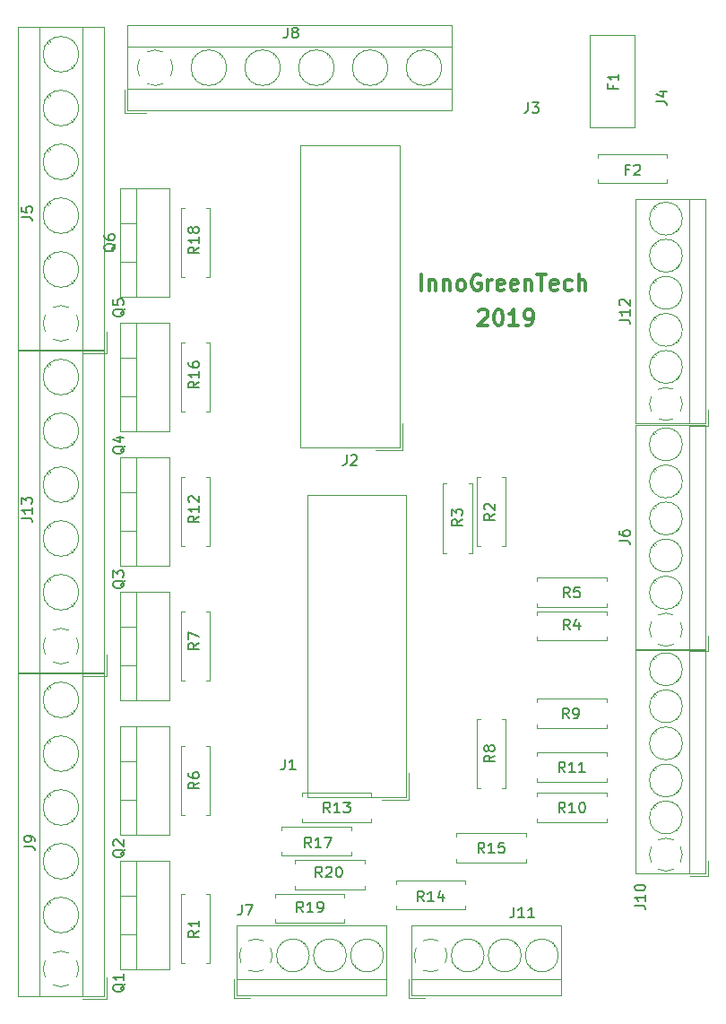
<source format=gbr>
G04 #@! TF.GenerationSoftware,KiCad,Pcbnew,(5.0.1)-4*
G04 #@! TF.CreationDate,2019-11-11T19:09:55+01:00*
G04 #@! TF.ProjectId,remote_module,72656D6F74655F6D6F64756C652E6B69,rev?*
G04 #@! TF.SameCoordinates,PX559c810PY82c4900*
G04 #@! TF.FileFunction,Legend,Top*
G04 #@! TF.FilePolarity,Positive*
%FSLAX46Y46*%
G04 Gerber Fmt 4.6, Leading zero omitted, Abs format (unit mm)*
G04 Created by KiCad (PCBNEW (5.0.1)-4) date 11/11/2019 19:09:55*
%MOMM*%
%LPD*%
G01*
G04 APERTURE LIST*
%ADD10C,0.300000*%
%ADD11C,0.120000*%
%ADD12C,0.150000*%
G04 APERTURE END LIST*
D10*
X39484571Y62106572D02*
X39556000Y62178000D01*
X39698857Y62249429D01*
X40056000Y62249429D01*
X40198857Y62178000D01*
X40270285Y62106572D01*
X40341714Y61963715D01*
X40341714Y61820858D01*
X40270285Y61606572D01*
X39413142Y60749429D01*
X40341714Y60749429D01*
X41270285Y62249429D02*
X41413142Y62249429D01*
X41556000Y62178000D01*
X41627428Y62106572D01*
X41698857Y61963715D01*
X41770285Y61678000D01*
X41770285Y61320858D01*
X41698857Y61035143D01*
X41627428Y60892286D01*
X41556000Y60820858D01*
X41413142Y60749429D01*
X41270285Y60749429D01*
X41127428Y60820858D01*
X41056000Y60892286D01*
X40984571Y61035143D01*
X40913142Y61320858D01*
X40913142Y61678000D01*
X40984571Y61963715D01*
X41056000Y62106572D01*
X41127428Y62178000D01*
X41270285Y62249429D01*
X43198857Y60749429D02*
X42341714Y60749429D01*
X42770285Y60749429D02*
X42770285Y62249429D01*
X42627428Y62035143D01*
X42484571Y61892286D01*
X42341714Y61820858D01*
X43913142Y60749429D02*
X44198857Y60749429D01*
X44341714Y60820858D01*
X44413142Y60892286D01*
X44556000Y61106572D01*
X44627428Y61392286D01*
X44627428Y61963715D01*
X44556000Y62106572D01*
X44484571Y62178000D01*
X44341714Y62249429D01*
X44056000Y62249429D01*
X43913142Y62178000D01*
X43841714Y62106572D01*
X43770285Y61963715D01*
X43770285Y61606572D01*
X43841714Y61463715D01*
X43913142Y61392286D01*
X44056000Y61320858D01*
X44341714Y61320858D01*
X44484571Y61392286D01*
X44556000Y61463715D01*
X44627428Y61606572D01*
X34052000Y64051429D02*
X34052000Y65551429D01*
X34766285Y65051429D02*
X34766285Y64051429D01*
X34766285Y64908572D02*
X34837714Y64980000D01*
X34980571Y65051429D01*
X35194857Y65051429D01*
X35337714Y64980000D01*
X35409142Y64837143D01*
X35409142Y64051429D01*
X36123428Y65051429D02*
X36123428Y64051429D01*
X36123428Y64908572D02*
X36194857Y64980000D01*
X36337714Y65051429D01*
X36552000Y65051429D01*
X36694857Y64980000D01*
X36766285Y64837143D01*
X36766285Y64051429D01*
X37694857Y64051429D02*
X37552000Y64122858D01*
X37480571Y64194286D01*
X37409142Y64337143D01*
X37409142Y64765715D01*
X37480571Y64908572D01*
X37552000Y64980000D01*
X37694857Y65051429D01*
X37909142Y65051429D01*
X38052000Y64980000D01*
X38123428Y64908572D01*
X38194857Y64765715D01*
X38194857Y64337143D01*
X38123428Y64194286D01*
X38052000Y64122858D01*
X37909142Y64051429D01*
X37694857Y64051429D01*
X39623428Y65480000D02*
X39480571Y65551429D01*
X39266285Y65551429D01*
X39052000Y65480000D01*
X38909142Y65337143D01*
X38837714Y65194286D01*
X38766285Y64908572D01*
X38766285Y64694286D01*
X38837714Y64408572D01*
X38909142Y64265715D01*
X39052000Y64122858D01*
X39266285Y64051429D01*
X39409142Y64051429D01*
X39623428Y64122858D01*
X39694857Y64194286D01*
X39694857Y64694286D01*
X39409142Y64694286D01*
X40337714Y64051429D02*
X40337714Y65051429D01*
X40337714Y64765715D02*
X40409142Y64908572D01*
X40480571Y64980000D01*
X40623428Y65051429D01*
X40766285Y65051429D01*
X41837714Y64122858D02*
X41694857Y64051429D01*
X41409142Y64051429D01*
X41266285Y64122858D01*
X41194857Y64265715D01*
X41194857Y64837143D01*
X41266285Y64980000D01*
X41409142Y65051429D01*
X41694857Y65051429D01*
X41837714Y64980000D01*
X41909142Y64837143D01*
X41909142Y64694286D01*
X41194857Y64551429D01*
X43123428Y64122858D02*
X42980571Y64051429D01*
X42694857Y64051429D01*
X42552000Y64122858D01*
X42480571Y64265715D01*
X42480571Y64837143D01*
X42552000Y64980000D01*
X42694857Y65051429D01*
X42980571Y65051429D01*
X43123428Y64980000D01*
X43194857Y64837143D01*
X43194857Y64694286D01*
X42480571Y64551429D01*
X43837714Y65051429D02*
X43837714Y64051429D01*
X43837714Y64908572D02*
X43909142Y64980000D01*
X44052000Y65051429D01*
X44266285Y65051429D01*
X44409142Y64980000D01*
X44480571Y64837143D01*
X44480571Y64051429D01*
X44980571Y65551429D02*
X45837714Y65551429D01*
X45409142Y64051429D02*
X45409142Y65551429D01*
X46909142Y64122858D02*
X46766285Y64051429D01*
X46480571Y64051429D01*
X46337714Y64122858D01*
X46266285Y64265715D01*
X46266285Y64837143D01*
X46337714Y64980000D01*
X46480571Y65051429D01*
X46766285Y65051429D01*
X46909142Y64980000D01*
X46980571Y64837143D01*
X46980571Y64694286D01*
X46266285Y64551429D01*
X48266285Y64122858D02*
X48123428Y64051429D01*
X47837714Y64051429D01*
X47694857Y64122858D01*
X47623428Y64194286D01*
X47552000Y64337143D01*
X47552000Y64765715D01*
X47623428Y64908572D01*
X47694857Y64980000D01*
X47837714Y65051429D01*
X48123428Y65051429D01*
X48266285Y64980000D01*
X48909142Y64051429D02*
X48909142Y65551429D01*
X49552000Y64051429D02*
X49552000Y64837143D01*
X49480571Y64980000D01*
X49337714Y65051429D01*
X49123428Y65051429D01*
X48980571Y64980000D01*
X48909142Y64908572D01*
D11*
G04 #@! TO.C,J2*
X22630000Y49260000D02*
X22630000Y77740000D01*
X22630000Y77740000D02*
X31980000Y77740000D01*
X31980000Y77740000D02*
X31980000Y49260000D01*
X31980000Y49260000D02*
X22630000Y49260000D01*
X32230000Y49010000D02*
X32230000Y51550000D01*
X32230000Y49010000D02*
X29690000Y49010000D01*
G04 #@! TO.C,J8*
X9678712Y83606648D02*
G75*
G02X8890000Y83410000I-788712J1483352D01*
G01*
X10373953Y85879088D02*
G75*
G02X10374000Y84301000I-1483953J-789088D01*
G01*
X8100912Y86573953D02*
G75*
G02X9679000Y86574000I789088J-1483953D01*
G01*
X7406047Y84300912D02*
G75*
G02X7406000Y85879000I1483953J789088D01*
G01*
X8919383Y83409550D02*
G75*
G02X8101000Y83606000I-29383J1680450D01*
G01*
X15650000Y85090000D02*
G75*
G03X15650000Y85090000I-1680000J0D01*
G01*
X20730000Y85090000D02*
G75*
G03X20730000Y85090000I-1680000J0D01*
G01*
X25810000Y85090000D02*
G75*
G03X25810000Y85090000I-1680000J0D01*
G01*
X30890000Y85090000D02*
G75*
G03X30890000Y85090000I-1680000J0D01*
G01*
X35970000Y85090000D02*
G75*
G03X35970000Y85090000I-1680000J0D01*
G01*
X6290000Y83090000D02*
X36890000Y83090000D01*
X6290000Y87090000D02*
X36890000Y87090000D01*
X6290000Y89150000D02*
X36890000Y89150000D01*
X6290000Y81030000D02*
X36890000Y81030000D01*
X6290000Y89150000D02*
X6290000Y81030000D01*
X36890000Y89150000D02*
X36890000Y81030000D01*
X15245000Y86159000D02*
X15151000Y86066000D01*
X12960000Y83874000D02*
X12901000Y83816000D01*
X15040000Y86365000D02*
X14981000Y86306000D01*
X12790000Y84114000D02*
X12696000Y84021000D01*
X20325000Y86159000D02*
X20231000Y86066000D01*
X18040000Y83874000D02*
X17981000Y83816000D01*
X20120000Y86365000D02*
X20061000Y86306000D01*
X17870000Y84114000D02*
X17776000Y84021000D01*
X25405000Y86159000D02*
X25311000Y86066000D01*
X23120000Y83874000D02*
X23061000Y83816000D01*
X25200000Y86365000D02*
X25141000Y86306000D01*
X22950000Y84114000D02*
X22856000Y84021000D01*
X30485000Y86159000D02*
X30391000Y86066000D01*
X28200000Y83874000D02*
X28141000Y83816000D01*
X30280000Y86365000D02*
X30221000Y86306000D01*
X28030000Y84114000D02*
X27936000Y84021000D01*
X35565000Y86159000D02*
X35471000Y86066000D01*
X33280000Y83874000D02*
X33221000Y83816000D01*
X35360000Y86365000D02*
X35301000Y86306000D01*
X33110000Y84114000D02*
X33016000Y84021000D01*
X6050000Y83030000D02*
X6050000Y80790000D01*
X6050000Y80790000D02*
X8050000Y80790000D01*
G04 #@! TO.C,J1*
X23265000Y16240000D02*
X23265000Y44720000D01*
X23265000Y44720000D02*
X32615000Y44720000D01*
X32615000Y44720000D02*
X32615000Y16240000D01*
X32615000Y16240000D02*
X23265000Y16240000D01*
X32865000Y15990000D02*
X32865000Y18530000D01*
X32865000Y15990000D02*
X30325000Y15990000D01*
G04 #@! TO.C,R2*
X39600000Y39910000D02*
X39270000Y39910000D01*
X39270000Y39910000D02*
X39270000Y46450000D01*
X39270000Y46450000D02*
X39600000Y46450000D01*
X41680000Y39910000D02*
X42010000Y39910000D01*
X42010000Y39910000D02*
X42010000Y46450000D01*
X42010000Y46450000D02*
X41680000Y46450000D01*
G04 #@! TO.C,R4*
X44990000Y33425000D02*
X44990000Y33755000D01*
X44990000Y33755000D02*
X51530000Y33755000D01*
X51530000Y33755000D02*
X51530000Y33425000D01*
X44990000Y31345000D02*
X44990000Y31015000D01*
X44990000Y31015000D02*
X51530000Y31015000D01*
X51530000Y31015000D02*
X51530000Y31345000D01*
G04 #@! TO.C,R14*
X31655000Y8025000D02*
X31655000Y8355000D01*
X31655000Y8355000D02*
X38195000Y8355000D01*
X38195000Y8355000D02*
X38195000Y8025000D01*
X31655000Y5945000D02*
X31655000Y5615000D01*
X31655000Y5615000D02*
X38195000Y5615000D01*
X38195000Y5615000D02*
X38195000Y5945000D01*
G04 #@! TO.C,F1*
X54190000Y88190000D02*
X54190000Y79450000D01*
X54190000Y88190000D02*
X49950000Y88190000D01*
X49950000Y79450000D02*
X54190000Y79450000D01*
X49950000Y79450000D02*
X49950000Y88190000D01*
G04 #@! TO.C,F2*
X50705000Y76935000D02*
X50705000Y76605000D01*
X57245000Y76935000D02*
X50705000Y76935000D01*
X57245000Y76605000D02*
X57245000Y76935000D01*
X50705000Y74195000D02*
X50705000Y74525000D01*
X57245000Y74195000D02*
X50705000Y74195000D01*
X57245000Y74525000D02*
X57245000Y74195000D01*
G04 #@! TO.C,J5*
X1483352Y61748712D02*
G75*
G02X1680000Y60960000I-1483352J-788712D01*
G01*
X-789088Y62443953D02*
G75*
G02X789000Y62444000I789088J-1483953D01*
G01*
X-1483953Y60170912D02*
G75*
G02X-1484000Y61749000I1483953J789088D01*
G01*
X789088Y59476047D02*
G75*
G02X-789000Y59476000I-789088J1483953D01*
G01*
X1680450Y60989383D02*
G75*
G02X1484000Y60171000I-1680450J-29383D01*
G01*
X1680000Y66040000D02*
G75*
G03X1680000Y66040000I-1680000J0D01*
G01*
X1680000Y71120000D02*
G75*
G03X1680000Y71120000I-1680000J0D01*
G01*
X1680000Y76200000D02*
G75*
G03X1680000Y76200000I-1680000J0D01*
G01*
X1680000Y81280000D02*
G75*
G03X1680000Y81280000I-1680000J0D01*
G01*
X1680000Y86360000D02*
G75*
G03X1680000Y86360000I-1680000J0D01*
G01*
X2000000Y58360000D02*
X2000000Y88960000D01*
X-2000000Y58360000D02*
X-2000000Y88960000D01*
X-4060000Y58360000D02*
X-4060000Y88960000D01*
X4060000Y58360000D02*
X4060000Y88960000D01*
X-4060000Y58360000D02*
X4060000Y58360000D01*
X-4060000Y88960000D02*
X4060000Y88960000D01*
X-1069000Y67315000D02*
X-976000Y67221000D01*
X1216000Y65030000D02*
X1274000Y64971000D01*
X-1275000Y67110000D02*
X-1216000Y67051000D01*
X976000Y64860000D02*
X1069000Y64766000D01*
X-1069000Y72395000D02*
X-976000Y72301000D01*
X1216000Y70110000D02*
X1274000Y70051000D01*
X-1275000Y72190000D02*
X-1216000Y72131000D01*
X976000Y69940000D02*
X1069000Y69846000D01*
X-1069000Y77475000D02*
X-976000Y77381000D01*
X1216000Y75190000D02*
X1274000Y75131000D01*
X-1275000Y77270000D02*
X-1216000Y77211000D01*
X976000Y75020000D02*
X1069000Y74926000D01*
X-1069000Y82555000D02*
X-976000Y82461000D01*
X1216000Y80270000D02*
X1274000Y80211000D01*
X-1275000Y82350000D02*
X-1216000Y82291000D01*
X976000Y80100000D02*
X1069000Y80006000D01*
X-1069000Y87635000D02*
X-976000Y87541000D01*
X1216000Y85350000D02*
X1274000Y85291000D01*
X-1275000Y87430000D02*
X-1216000Y87371000D01*
X976000Y85180000D02*
X1069000Y85086000D01*
X2060000Y58120000D02*
X4300000Y58120000D01*
X4300000Y58120000D02*
X4300000Y60120000D01*
G04 #@! TO.C,J6*
X58535515Y32735955D02*
G75*
G02X58705000Y32030000I-1385515J-705955D01*
G01*
X56444267Y33416645D02*
G75*
G02X57857000Y33416000I705733J-1386645D01*
G01*
X55763355Y31324267D02*
G75*
G02X55764000Y32737000I1386645J705733D01*
G01*
X57855733Y30643355D02*
G75*
G02X56443000Y30644000I-705733J1386645D01*
G01*
X58705681Y32056444D02*
G75*
G02X58536000Y31323000I-1555681J-26444D01*
G01*
X58705000Y35530000D02*
G75*
G03X58705000Y35530000I-1555000J0D01*
G01*
X58705000Y39030000D02*
G75*
G03X58705000Y39030000I-1555000J0D01*
G01*
X58705000Y42530000D02*
G75*
G03X58705000Y42530000I-1555000J0D01*
G01*
X58705000Y46030000D02*
G75*
G03X58705000Y46030000I-1555000J0D01*
G01*
X58705000Y49530000D02*
G75*
G03X58705000Y49530000I-1555000J0D01*
G01*
X59350000Y30220000D02*
X59350000Y51341000D01*
X54290000Y30220000D02*
X54290000Y51341000D01*
X60910000Y30220000D02*
X60910000Y51341000D01*
X54290000Y30220000D02*
X60910000Y30220000D01*
X54290000Y51341000D02*
X60910000Y51341000D01*
X56160000Y36710000D02*
X56236000Y36634000D01*
X58275000Y34595000D02*
X58330000Y34541000D01*
X55970000Y36520000D02*
X56024000Y36466000D01*
X58064000Y34427000D02*
X58140000Y34351000D01*
X56160000Y40210000D02*
X56236000Y40134000D01*
X58275000Y38095000D02*
X58330000Y38041000D01*
X55970000Y40020000D02*
X56024000Y39966000D01*
X58064000Y37927000D02*
X58140000Y37851000D01*
X56160000Y43710000D02*
X56236000Y43634000D01*
X58275000Y41595000D02*
X58330000Y41541000D01*
X55970000Y43520000D02*
X56024000Y43466000D01*
X58064000Y41427000D02*
X58140000Y41351000D01*
X56160000Y47210000D02*
X56236000Y47134000D01*
X58275000Y45095000D02*
X58330000Y45041000D01*
X55970000Y47020000D02*
X56024000Y46966000D01*
X58064000Y44927000D02*
X58140000Y44851000D01*
X56160000Y50710000D02*
X56236000Y50634000D01*
X58275000Y48595000D02*
X58330000Y48541000D01*
X55970000Y50520000D02*
X56024000Y50466000D01*
X58064000Y48427000D02*
X58140000Y48351000D01*
X59410000Y29980000D02*
X61150000Y29980000D01*
X61150000Y29980000D02*
X61150000Y31480000D01*
G04 #@! TO.C,J7*
X19120955Y-115515D02*
G75*
G02X18415000Y-285000I-705955J1385515D01*
G01*
X19801645Y1975733D02*
G75*
G02X19801000Y563000I-1386645J-705733D01*
G01*
X17709267Y2656645D02*
G75*
G02X19122000Y2656000I705733J-1386645D01*
G01*
X17028355Y564267D02*
G75*
G02X17029000Y1977000I1386645J705733D01*
G01*
X18441444Y-285681D02*
G75*
G02X17708000Y-116000I-26444J1555681D01*
G01*
X23470000Y1270000D02*
G75*
G03X23470000Y1270000I-1555000J0D01*
G01*
X26970000Y1270000D02*
G75*
G03X26970000Y1270000I-1555000J0D01*
G01*
X30470000Y1270000D02*
G75*
G03X30470000Y1270000I-1555000J0D01*
G01*
X16605000Y-930000D02*
X30725000Y-930000D01*
X16605000Y4130000D02*
X30725000Y4130000D01*
X16605000Y-2490000D02*
X30725000Y-2490000D01*
X16605000Y4130000D02*
X16605000Y-2490000D01*
X30725000Y4130000D02*
X30725000Y-2490000D01*
X23095000Y2260000D02*
X23019000Y2184000D01*
X20980000Y145000D02*
X20926000Y90000D01*
X22905000Y2450000D02*
X22851000Y2396000D01*
X20812000Y356000D02*
X20736000Y280000D01*
X26595000Y2260000D02*
X26519000Y2184000D01*
X24480000Y145000D02*
X24426000Y90000D01*
X26405000Y2450000D02*
X26351000Y2396000D01*
X24312000Y356000D02*
X24236000Y280000D01*
X30095000Y2260000D02*
X30019000Y2184000D01*
X27980000Y145000D02*
X27926000Y90000D01*
X29905000Y2450000D02*
X29851000Y2396000D01*
X27812000Y356000D02*
X27736000Y280000D01*
X16365000Y-990000D02*
X16365000Y-2730000D01*
X16365000Y-2730000D02*
X17865000Y-2730000D01*
G04 #@! TO.C,J9*
X4300000Y-2840000D02*
X4300000Y-840000D01*
X2060000Y-2840000D02*
X4300000Y-2840000D01*
X976000Y24220000D02*
X1069000Y24126000D01*
X-1275000Y26470000D02*
X-1216000Y26411000D01*
X1216000Y24390000D02*
X1274000Y24331000D01*
X-1069000Y26675000D02*
X-976000Y26581000D01*
X976000Y19140000D02*
X1069000Y19046000D01*
X-1275000Y21390000D02*
X-1216000Y21331000D01*
X1216000Y19310000D02*
X1274000Y19251000D01*
X-1069000Y21595000D02*
X-976000Y21501000D01*
X976000Y14060000D02*
X1069000Y13966000D01*
X-1275000Y16310000D02*
X-1216000Y16251000D01*
X1216000Y14230000D02*
X1274000Y14171000D01*
X-1069000Y16515000D02*
X-976000Y16421000D01*
X976000Y8980000D02*
X1069000Y8886000D01*
X-1275000Y11230000D02*
X-1216000Y11171000D01*
X1216000Y9150000D02*
X1274000Y9091000D01*
X-1069000Y11435000D02*
X-976000Y11341000D01*
X976000Y3900000D02*
X1069000Y3806000D01*
X-1275000Y6150000D02*
X-1216000Y6091000D01*
X1216000Y4070000D02*
X1274000Y4011000D01*
X-1069000Y6355000D02*
X-976000Y6261000D01*
X-4060000Y28000000D02*
X4060000Y28000000D01*
X-4060000Y-2600000D02*
X4060000Y-2600000D01*
X4060000Y-2600000D02*
X4060000Y28000000D01*
X-4060000Y-2600000D02*
X-4060000Y28000000D01*
X-2000000Y-2600000D02*
X-2000000Y28000000D01*
X2000000Y-2600000D02*
X2000000Y28000000D01*
X1680000Y25400000D02*
G75*
G03X1680000Y25400000I-1680000J0D01*
G01*
X1680000Y20320000D02*
G75*
G03X1680000Y20320000I-1680000J0D01*
G01*
X1680000Y15240000D02*
G75*
G03X1680000Y15240000I-1680000J0D01*
G01*
X1680000Y10160000D02*
G75*
G03X1680000Y10160000I-1680000J0D01*
G01*
X1680000Y5080000D02*
G75*
G03X1680000Y5080000I-1680000J0D01*
G01*
X1680450Y29383D02*
G75*
G02X1484000Y-789000I-1680450J-29383D01*
G01*
X789088Y-1483953D02*
G75*
G02X-789000Y-1484000I-789088J1483953D01*
G01*
X-1483953Y-789088D02*
G75*
G02X-1484000Y789000I1483953J789088D01*
G01*
X-789088Y1483953D02*
G75*
G02X789000Y1484000I789088J-1483953D01*
G01*
X1483352Y788712D02*
G75*
G02X1680000Y0I-1483352J-788712D01*
G01*
G04 #@! TO.C,J10*
X61150000Y8745000D02*
X61150000Y10245000D01*
X59410000Y8745000D02*
X61150000Y8745000D01*
X58064000Y27192000D02*
X58140000Y27116000D01*
X55970000Y29285000D02*
X56024000Y29231000D01*
X58275000Y27360000D02*
X58330000Y27306000D01*
X56160000Y29475000D02*
X56236000Y29399000D01*
X58064000Y23692000D02*
X58140000Y23616000D01*
X55970000Y25785000D02*
X56024000Y25731000D01*
X58275000Y23860000D02*
X58330000Y23806000D01*
X56160000Y25975000D02*
X56236000Y25899000D01*
X58064000Y20192000D02*
X58140000Y20116000D01*
X55970000Y22285000D02*
X56024000Y22231000D01*
X58275000Y20360000D02*
X58330000Y20306000D01*
X56160000Y22475000D02*
X56236000Y22399000D01*
X58064000Y16692000D02*
X58140000Y16616000D01*
X55970000Y18785000D02*
X56024000Y18731000D01*
X58275000Y16860000D02*
X58330000Y16806000D01*
X56160000Y18975000D02*
X56236000Y18899000D01*
X58064000Y13192000D02*
X58140000Y13116000D01*
X55970000Y15285000D02*
X56024000Y15231000D01*
X58275000Y13360000D02*
X58330000Y13306000D01*
X56160000Y15475000D02*
X56236000Y15399000D01*
X54290000Y30106000D02*
X60910000Y30106000D01*
X54290000Y8985000D02*
X60910000Y8985000D01*
X60910000Y8985000D02*
X60910000Y30106000D01*
X54290000Y8985000D02*
X54290000Y30106000D01*
X59350000Y8985000D02*
X59350000Y30106000D01*
X58705000Y28295000D02*
G75*
G03X58705000Y28295000I-1555000J0D01*
G01*
X58705000Y24795000D02*
G75*
G03X58705000Y24795000I-1555000J0D01*
G01*
X58705000Y21295000D02*
G75*
G03X58705000Y21295000I-1555000J0D01*
G01*
X58705000Y17795000D02*
G75*
G03X58705000Y17795000I-1555000J0D01*
G01*
X58705000Y14295000D02*
G75*
G03X58705000Y14295000I-1555000J0D01*
G01*
X58705681Y10821444D02*
G75*
G02X58536000Y10088000I-1555681J-26444D01*
G01*
X57855733Y9408355D02*
G75*
G02X56443000Y9409000I-705733J1386645D01*
G01*
X55763355Y10089267D02*
G75*
G02X55764000Y11502000I1386645J705733D01*
G01*
X56444267Y12181645D02*
G75*
G02X57857000Y12181000I705733J-1386645D01*
G01*
X58535515Y11500955D02*
G75*
G02X58705000Y10795000I-1385515J-705955D01*
G01*
G04 #@! TO.C,J11*
X32875000Y-2730000D02*
X34375000Y-2730000D01*
X32875000Y-990000D02*
X32875000Y-2730000D01*
X44322000Y356000D02*
X44246000Y280000D01*
X46415000Y2450000D02*
X46361000Y2396000D01*
X44490000Y145000D02*
X44436000Y90000D01*
X46605000Y2260000D02*
X46529000Y2184000D01*
X40822000Y356000D02*
X40746000Y280000D01*
X42915000Y2450000D02*
X42861000Y2396000D01*
X40990000Y145000D02*
X40936000Y90000D01*
X43105000Y2260000D02*
X43029000Y2184000D01*
X37322000Y356000D02*
X37246000Y280000D01*
X39415000Y2450000D02*
X39361000Y2396000D01*
X37490000Y145000D02*
X37436000Y90000D01*
X39605000Y2260000D02*
X39529000Y2184000D01*
X47235000Y4130000D02*
X47235000Y-2490000D01*
X33115000Y4130000D02*
X33115000Y-2490000D01*
X33115000Y-2490000D02*
X47235000Y-2490000D01*
X33115000Y4130000D02*
X47235000Y4130000D01*
X33115000Y-930000D02*
X47235000Y-930000D01*
X46980000Y1270000D02*
G75*
G03X46980000Y1270000I-1555000J0D01*
G01*
X43480000Y1270000D02*
G75*
G03X43480000Y1270000I-1555000J0D01*
G01*
X39980000Y1270000D02*
G75*
G03X39980000Y1270000I-1555000J0D01*
G01*
X34951444Y-285681D02*
G75*
G02X34218000Y-116000I-26444J1555681D01*
G01*
X33538355Y564267D02*
G75*
G02X33539000Y1977000I1386645J705733D01*
G01*
X34219267Y2656645D02*
G75*
G02X35632000Y2656000I705733J-1386645D01*
G01*
X36311645Y1975733D02*
G75*
G02X36311000Y563000I-1386645J-705733D01*
G01*
X35630955Y-115515D02*
G75*
G02X34925000Y-285000I-705955J1385515D01*
G01*
G04 #@! TO.C,J12*
X58535515Y54045955D02*
G75*
G02X58705000Y53340000I-1385515J-705955D01*
G01*
X56444267Y54726645D02*
G75*
G02X57857000Y54726000I705733J-1386645D01*
G01*
X55763355Y52634267D02*
G75*
G02X55764000Y54047000I1386645J705733D01*
G01*
X57855733Y51953355D02*
G75*
G02X56443000Y51954000I-705733J1386645D01*
G01*
X58705681Y53366444D02*
G75*
G02X58536000Y52633000I-1555681J-26444D01*
G01*
X58705000Y56840000D02*
G75*
G03X58705000Y56840000I-1555000J0D01*
G01*
X58705000Y60340000D02*
G75*
G03X58705000Y60340000I-1555000J0D01*
G01*
X58705000Y63840000D02*
G75*
G03X58705000Y63840000I-1555000J0D01*
G01*
X58705000Y67340000D02*
G75*
G03X58705000Y67340000I-1555000J0D01*
G01*
X58705000Y70840000D02*
G75*
G03X58705000Y70840000I-1555000J0D01*
G01*
X59350000Y51530000D02*
X59350000Y72651000D01*
X54290000Y51530000D02*
X54290000Y72651000D01*
X60910000Y51530000D02*
X60910000Y72651000D01*
X54290000Y51530000D02*
X60910000Y51530000D01*
X54290000Y72651000D02*
X60910000Y72651000D01*
X56160000Y58020000D02*
X56236000Y57944000D01*
X58275000Y55905000D02*
X58330000Y55851000D01*
X55970000Y57830000D02*
X56024000Y57776000D01*
X58064000Y55737000D02*
X58140000Y55661000D01*
X56160000Y61520000D02*
X56236000Y61444000D01*
X58275000Y59405000D02*
X58330000Y59351000D01*
X55970000Y61330000D02*
X56024000Y61276000D01*
X58064000Y59237000D02*
X58140000Y59161000D01*
X56160000Y65020000D02*
X56236000Y64944000D01*
X58275000Y62905000D02*
X58330000Y62851000D01*
X55970000Y64830000D02*
X56024000Y64776000D01*
X58064000Y62737000D02*
X58140000Y62661000D01*
X56160000Y68520000D02*
X56236000Y68444000D01*
X58275000Y66405000D02*
X58330000Y66351000D01*
X55970000Y68330000D02*
X56024000Y68276000D01*
X58064000Y66237000D02*
X58140000Y66161000D01*
X56160000Y72020000D02*
X56236000Y71944000D01*
X58275000Y69905000D02*
X58330000Y69851000D01*
X55970000Y71830000D02*
X56024000Y71776000D01*
X58064000Y69737000D02*
X58140000Y69661000D01*
X59410000Y51290000D02*
X61150000Y51290000D01*
X61150000Y51290000D02*
X61150000Y52790000D01*
G04 #@! TO.C,J13*
X4300000Y27640000D02*
X4300000Y29640000D01*
X2060000Y27640000D02*
X4300000Y27640000D01*
X976000Y54700000D02*
X1069000Y54606000D01*
X-1275000Y56950000D02*
X-1216000Y56891000D01*
X1216000Y54870000D02*
X1274000Y54811000D01*
X-1069000Y57155000D02*
X-976000Y57061000D01*
X976000Y49620000D02*
X1069000Y49526000D01*
X-1275000Y51870000D02*
X-1216000Y51811000D01*
X1216000Y49790000D02*
X1274000Y49731000D01*
X-1069000Y52075000D02*
X-976000Y51981000D01*
X976000Y44540000D02*
X1069000Y44446000D01*
X-1275000Y46790000D02*
X-1216000Y46731000D01*
X1216000Y44710000D02*
X1274000Y44651000D01*
X-1069000Y46995000D02*
X-976000Y46901000D01*
X976000Y39460000D02*
X1069000Y39366000D01*
X-1275000Y41710000D02*
X-1216000Y41651000D01*
X1216000Y39630000D02*
X1274000Y39571000D01*
X-1069000Y41915000D02*
X-976000Y41821000D01*
X976000Y34380000D02*
X1069000Y34286000D01*
X-1275000Y36630000D02*
X-1216000Y36571000D01*
X1216000Y34550000D02*
X1274000Y34491000D01*
X-1069000Y36835000D02*
X-976000Y36741000D01*
X-4060000Y58480000D02*
X4060000Y58480000D01*
X-4060000Y27880000D02*
X4060000Y27880000D01*
X4060000Y27880000D02*
X4060000Y58480000D01*
X-4060000Y27880000D02*
X-4060000Y58480000D01*
X-2000000Y27880000D02*
X-2000000Y58480000D01*
X2000000Y27880000D02*
X2000000Y58480000D01*
X1680000Y55880000D02*
G75*
G03X1680000Y55880000I-1680000J0D01*
G01*
X1680000Y50800000D02*
G75*
G03X1680000Y50800000I-1680000J0D01*
G01*
X1680000Y45720000D02*
G75*
G03X1680000Y45720000I-1680000J0D01*
G01*
X1680000Y40640000D02*
G75*
G03X1680000Y40640000I-1680000J0D01*
G01*
X1680000Y35560000D02*
G75*
G03X1680000Y35560000I-1680000J0D01*
G01*
X1680450Y30509383D02*
G75*
G02X1484000Y29691000I-1680450J-29383D01*
G01*
X789088Y28996047D02*
G75*
G02X-789000Y28996000I-789088J1483953D01*
G01*
X-1483953Y29690912D02*
G75*
G02X-1484000Y31269000I1483953J789088D01*
G01*
X-789088Y31963953D02*
G75*
G02X789000Y31964000I789088J-1483953D01*
G01*
X1483352Y31268712D02*
G75*
G02X1680000Y30480000I-1483352J-788712D01*
G01*
G04 #@! TO.C,Q1*
X5620000Y6931000D02*
X7130000Y6931000D01*
X5620000Y3230000D02*
X7130000Y3230000D01*
X7130000Y-40000D02*
X7130000Y10200000D01*
X5620000Y10200000D02*
X10261000Y10200000D01*
X5620000Y-40000D02*
X10261000Y-40000D01*
X10261000Y-40000D02*
X10261000Y10200000D01*
X5620000Y-40000D02*
X5620000Y10200000D01*
G04 #@! TO.C,Q2*
X5620000Y12660000D02*
X5620000Y22900000D01*
X10261000Y12660000D02*
X10261000Y22900000D01*
X5620000Y12660000D02*
X10261000Y12660000D01*
X5620000Y22900000D02*
X10261000Y22900000D01*
X7130000Y12660000D02*
X7130000Y22900000D01*
X5620000Y15930000D02*
X7130000Y15930000D01*
X5620000Y19631000D02*
X7130000Y19631000D01*
G04 #@! TO.C,Q3*
X5620000Y25360000D02*
X5620000Y35600000D01*
X10261000Y25360000D02*
X10261000Y35600000D01*
X5620000Y25360000D02*
X10261000Y25360000D01*
X5620000Y35600000D02*
X10261000Y35600000D01*
X7130000Y25360000D02*
X7130000Y35600000D01*
X5620000Y28630000D02*
X7130000Y28630000D01*
X5620000Y32331000D02*
X7130000Y32331000D01*
G04 #@! TO.C,Q4*
X5620000Y45031000D02*
X7130000Y45031000D01*
X5620000Y41330000D02*
X7130000Y41330000D01*
X7130000Y38060000D02*
X7130000Y48300000D01*
X5620000Y48300000D02*
X10261000Y48300000D01*
X5620000Y38060000D02*
X10261000Y38060000D01*
X10261000Y38060000D02*
X10261000Y48300000D01*
X5620000Y38060000D02*
X5620000Y48300000D01*
G04 #@! TO.C,Q5*
X5620000Y50760000D02*
X5620000Y61000000D01*
X10261000Y50760000D02*
X10261000Y61000000D01*
X5620000Y50760000D02*
X10261000Y50760000D01*
X5620000Y61000000D02*
X10261000Y61000000D01*
X7130000Y50760000D02*
X7130000Y61000000D01*
X5620000Y54030000D02*
X7130000Y54030000D01*
X5620000Y57731000D02*
X7130000Y57731000D01*
G04 #@! TO.C,Q6*
X5620000Y70431000D02*
X7130000Y70431000D01*
X5620000Y66730000D02*
X7130000Y66730000D01*
X7130000Y63460000D02*
X7130000Y73700000D01*
X5620000Y73700000D02*
X10261000Y73700000D01*
X5620000Y63460000D02*
X10261000Y63460000D01*
X10261000Y63460000D02*
X10261000Y73700000D01*
X5620000Y63460000D02*
X5620000Y73700000D01*
G04 #@! TO.C,R1*
X11660000Y540000D02*
X11330000Y540000D01*
X11330000Y540000D02*
X11330000Y7080000D01*
X11330000Y7080000D02*
X11660000Y7080000D01*
X13740000Y540000D02*
X14070000Y540000D01*
X14070000Y540000D02*
X14070000Y7080000D01*
X14070000Y7080000D02*
X13740000Y7080000D01*
G04 #@! TO.C,R3*
X36425000Y39275000D02*
X36095000Y39275000D01*
X36095000Y39275000D02*
X36095000Y45815000D01*
X36095000Y45815000D02*
X36425000Y45815000D01*
X38505000Y39275000D02*
X38835000Y39275000D01*
X38835000Y39275000D02*
X38835000Y45815000D01*
X38835000Y45815000D02*
X38505000Y45815000D01*
G04 #@! TO.C,R5*
X51530000Y34190000D02*
X51530000Y34520000D01*
X44990000Y34190000D02*
X51530000Y34190000D01*
X44990000Y34520000D02*
X44990000Y34190000D01*
X51530000Y36930000D02*
X51530000Y36600000D01*
X44990000Y36930000D02*
X51530000Y36930000D01*
X44990000Y36600000D02*
X44990000Y36930000D01*
G04 #@! TO.C,R6*
X11660000Y14510000D02*
X11330000Y14510000D01*
X11330000Y14510000D02*
X11330000Y21050000D01*
X11330000Y21050000D02*
X11660000Y21050000D01*
X13740000Y14510000D02*
X14070000Y14510000D01*
X14070000Y14510000D02*
X14070000Y21050000D01*
X14070000Y21050000D02*
X13740000Y21050000D01*
G04 #@! TO.C,R7*
X14070000Y33750000D02*
X13740000Y33750000D01*
X14070000Y27210000D02*
X14070000Y33750000D01*
X13740000Y27210000D02*
X14070000Y27210000D01*
X11330000Y33750000D02*
X11660000Y33750000D01*
X11330000Y27210000D02*
X11330000Y33750000D01*
X11660000Y27210000D02*
X11330000Y27210000D01*
G04 #@! TO.C,R8*
X39600000Y17050000D02*
X39270000Y17050000D01*
X39270000Y17050000D02*
X39270000Y23590000D01*
X39270000Y23590000D02*
X39600000Y23590000D01*
X41680000Y17050000D02*
X42010000Y17050000D01*
X42010000Y17050000D02*
X42010000Y23590000D01*
X42010000Y23590000D02*
X41680000Y23590000D01*
G04 #@! TO.C,R9*
X44990000Y25170000D02*
X44990000Y25500000D01*
X44990000Y25500000D02*
X51530000Y25500000D01*
X51530000Y25500000D02*
X51530000Y25170000D01*
X44990000Y23090000D02*
X44990000Y22760000D01*
X44990000Y22760000D02*
X51530000Y22760000D01*
X51530000Y22760000D02*
X51530000Y23090000D01*
G04 #@! TO.C,R10*
X51530000Y13870000D02*
X51530000Y14200000D01*
X44990000Y13870000D02*
X51530000Y13870000D01*
X44990000Y14200000D02*
X44990000Y13870000D01*
X51530000Y16610000D02*
X51530000Y16280000D01*
X44990000Y16610000D02*
X51530000Y16610000D01*
X44990000Y16280000D02*
X44990000Y16610000D01*
G04 #@! TO.C,R11*
X51530000Y17680000D02*
X51530000Y18010000D01*
X44990000Y17680000D02*
X51530000Y17680000D01*
X44990000Y18010000D02*
X44990000Y17680000D01*
X51530000Y20420000D02*
X51530000Y20090000D01*
X44990000Y20420000D02*
X51530000Y20420000D01*
X44990000Y20090000D02*
X44990000Y20420000D01*
G04 #@! TO.C,R12*
X14070000Y46450000D02*
X13740000Y46450000D01*
X14070000Y39910000D02*
X14070000Y46450000D01*
X13740000Y39910000D02*
X14070000Y39910000D01*
X11330000Y46450000D02*
X11660000Y46450000D01*
X11330000Y39910000D02*
X11330000Y46450000D01*
X11660000Y39910000D02*
X11330000Y39910000D01*
G04 #@! TO.C,R13*
X27400000Y10695000D02*
X27400000Y11025000D01*
X20860000Y10695000D02*
X27400000Y10695000D01*
X20860000Y11025000D02*
X20860000Y10695000D01*
X27400000Y13435000D02*
X27400000Y13105000D01*
X20860000Y13435000D02*
X27400000Y13435000D01*
X20860000Y13105000D02*
X20860000Y13435000D01*
G04 #@! TO.C,R15*
X37370000Y12470000D02*
X37370000Y12800000D01*
X37370000Y12800000D02*
X43910000Y12800000D01*
X43910000Y12800000D02*
X43910000Y12470000D01*
X37370000Y10390000D02*
X37370000Y10060000D01*
X37370000Y10060000D02*
X43910000Y10060000D01*
X43910000Y10060000D02*
X43910000Y10390000D01*
G04 #@! TO.C,R16*
X11660000Y52610000D02*
X11330000Y52610000D01*
X11330000Y52610000D02*
X11330000Y59150000D01*
X11330000Y59150000D02*
X11660000Y59150000D01*
X13740000Y52610000D02*
X14070000Y52610000D01*
X14070000Y52610000D02*
X14070000Y59150000D01*
X14070000Y59150000D02*
X13740000Y59150000D01*
G04 #@! TO.C,R17*
X29305000Y14200000D02*
X29305000Y13870000D01*
X29305000Y13870000D02*
X22765000Y13870000D01*
X22765000Y13870000D02*
X22765000Y14200000D01*
X29305000Y16280000D02*
X29305000Y16610000D01*
X29305000Y16610000D02*
X22765000Y16610000D01*
X22765000Y16610000D02*
X22765000Y16280000D01*
G04 #@! TO.C,R18*
X11660000Y65310000D02*
X11330000Y65310000D01*
X11330000Y65310000D02*
X11330000Y71850000D01*
X11330000Y71850000D02*
X11660000Y71850000D01*
X13740000Y65310000D02*
X14070000Y65310000D01*
X14070000Y65310000D02*
X14070000Y71850000D01*
X14070000Y71850000D02*
X13740000Y71850000D01*
G04 #@! TO.C,R19*
X28670000Y7850000D02*
X28670000Y7520000D01*
X28670000Y7520000D02*
X22130000Y7520000D01*
X22130000Y7520000D02*
X22130000Y7850000D01*
X28670000Y9930000D02*
X28670000Y10260000D01*
X28670000Y10260000D02*
X22130000Y10260000D01*
X22130000Y10260000D02*
X22130000Y9930000D01*
G04 #@! TO.C,R20*
X26765000Y4345000D02*
X26765000Y4675000D01*
X20225000Y4345000D02*
X26765000Y4345000D01*
X20225000Y4675000D02*
X20225000Y4345000D01*
X26765000Y7085000D02*
X26765000Y6755000D01*
X20225000Y7085000D02*
X26765000Y7085000D01*
X20225000Y6755000D02*
X20225000Y7085000D01*
G04 #@! TO.C,J2*
D12*
X26971666Y48553620D02*
X26971666Y47839334D01*
X26924047Y47696477D01*
X26828809Y47601239D01*
X26685952Y47553620D01*
X26590714Y47553620D01*
X27400238Y48458381D02*
X27447857Y48506000D01*
X27543095Y48553620D01*
X27781190Y48553620D01*
X27876428Y48506000D01*
X27924047Y48458381D01*
X27971666Y48363143D01*
X27971666Y48267905D01*
X27924047Y48125048D01*
X27352619Y47553620D01*
X27971666Y47553620D01*
G04 #@! TO.C,J8*
X21402666Y88899620D02*
X21402666Y88185334D01*
X21355047Y88042477D01*
X21259809Y87947239D01*
X21116952Y87899620D01*
X21021714Y87899620D01*
X22021714Y88471048D02*
X21926476Y88518667D01*
X21878857Y88566286D01*
X21831238Y88661524D01*
X21831238Y88709143D01*
X21878857Y88804381D01*
X21926476Y88852000D01*
X22021714Y88899620D01*
X22212190Y88899620D01*
X22307428Y88852000D01*
X22355047Y88804381D01*
X22402666Y88709143D01*
X22402666Y88661524D01*
X22355047Y88566286D01*
X22307428Y88518667D01*
X22212190Y88471048D01*
X22021714Y88471048D01*
X21926476Y88423429D01*
X21878857Y88375810D01*
X21831238Y88280572D01*
X21831238Y88090096D01*
X21878857Y87994858D01*
X21926476Y87947239D01*
X22021714Y87899620D01*
X22212190Y87899620D01*
X22307428Y87947239D01*
X22355047Y87994858D01*
X22402666Y88090096D01*
X22402666Y88280572D01*
X22355047Y88375810D01*
X22307428Y88423429D01*
X22212190Y88471048D01*
G04 #@! TO.C,J1*
X21148666Y19811620D02*
X21148666Y19097334D01*
X21101047Y18954477D01*
X21005809Y18859239D01*
X20862952Y18811620D01*
X20767714Y18811620D01*
X22148666Y18811620D02*
X21577238Y18811620D01*
X21862952Y18811620D02*
X21862952Y19811620D01*
X21767714Y19668762D01*
X21672476Y19573524D01*
X21577238Y19525905D01*
G04 #@! TO.C,R2*
X40984380Y42973334D02*
X40508190Y42640000D01*
X40984380Y42401905D02*
X39984380Y42401905D01*
X39984380Y42782858D01*
X40032000Y42878096D01*
X40079619Y42925715D01*
X40174857Y42973334D01*
X40317714Y42973334D01*
X40412952Y42925715D01*
X40460571Y42878096D01*
X40508190Y42782858D01*
X40508190Y42401905D01*
X40079619Y43354286D02*
X40032000Y43401905D01*
X39984380Y43497143D01*
X39984380Y43735239D01*
X40032000Y43830477D01*
X40079619Y43878096D01*
X40174857Y43925715D01*
X40270095Y43925715D01*
X40412952Y43878096D01*
X40984380Y43306667D01*
X40984380Y43925715D01*
G04 #@! TO.C,R4*
X48093333Y32019620D02*
X47760000Y32495810D01*
X47521904Y32019620D02*
X47521904Y33019620D01*
X47902857Y33019620D01*
X47998095Y32972000D01*
X48045714Y32924381D01*
X48093333Y32829143D01*
X48093333Y32686286D01*
X48045714Y32591048D01*
X47998095Y32543429D01*
X47902857Y32495810D01*
X47521904Y32495810D01*
X48950476Y32686286D02*
X48950476Y32019620D01*
X48712380Y33067239D02*
X48474285Y32352953D01*
X49093333Y32352953D01*
G04 #@! TO.C,R14*
X34282142Y6365620D02*
X33948809Y6841810D01*
X33710714Y6365620D02*
X33710714Y7365620D01*
X34091666Y7365620D01*
X34186904Y7318000D01*
X34234523Y7270381D01*
X34282142Y7175143D01*
X34282142Y7032286D01*
X34234523Y6937048D01*
X34186904Y6889429D01*
X34091666Y6841810D01*
X33710714Y6841810D01*
X35234523Y6365620D02*
X34663095Y6365620D01*
X34948809Y6365620D02*
X34948809Y7365620D01*
X34853571Y7222762D01*
X34758333Y7127524D01*
X34663095Y7079905D01*
X36091666Y7032286D02*
X36091666Y6365620D01*
X35853571Y7413239D02*
X35615476Y6698953D01*
X36234523Y6698953D01*
G04 #@! TO.C,F1*
X52144571Y83446667D02*
X52144571Y83113334D01*
X52668380Y83113334D02*
X51668380Y83113334D01*
X51668380Y83589524D01*
X52668380Y84494286D02*
X52668380Y83922858D01*
X52668380Y84208572D02*
X51668380Y84208572D01*
X51811238Y84113334D01*
X51906476Y84018096D01*
X51954095Y83922858D01*
G04 #@! TO.C,F2*
X53660666Y75469429D02*
X53327333Y75469429D01*
X53327333Y74945620D02*
X53327333Y75945620D01*
X53803523Y75945620D01*
X54136857Y75850381D02*
X54184476Y75898000D01*
X54279714Y75945620D01*
X54517809Y75945620D01*
X54613047Y75898000D01*
X54660666Y75850381D01*
X54708285Y75755143D01*
X54708285Y75659905D01*
X54660666Y75517048D01*
X54089238Y74945620D01*
X54708285Y74945620D01*
G04 #@! TO.C,J3*
X44116666Y81827620D02*
X44116666Y81113334D01*
X44069047Y80970477D01*
X43973809Y80875239D01*
X43830952Y80827620D01*
X43735714Y80827620D01*
X44497619Y81827620D02*
X45116666Y81827620D01*
X44783333Y81446667D01*
X44926190Y81446667D01*
X45021428Y81399048D01*
X45069047Y81351429D01*
X45116666Y81256191D01*
X45116666Y81018096D01*
X45069047Y80922858D01*
X45021428Y80875239D01*
X44926190Y80827620D01*
X44640476Y80827620D01*
X44545238Y80875239D01*
X44497619Y80922858D01*
G04 #@! TO.C,J4*
X56240380Y81922667D02*
X56954666Y81922667D01*
X57097523Y81875048D01*
X57192761Y81779810D01*
X57240380Y81636953D01*
X57240380Y81541715D01*
X56573714Y82827429D02*
X57240380Y82827429D01*
X56192761Y82589334D02*
X56907047Y82351239D01*
X56907047Y82970286D01*
G04 #@! TO.C,J5*
X-3703620Y71000667D02*
X-2989334Y71000667D01*
X-2846477Y70953048D01*
X-2751239Y70857810D01*
X-2703620Y70714953D01*
X-2703620Y70619715D01*
X-3703620Y71953048D02*
X-3703620Y71476858D01*
X-3227429Y71429239D01*
X-3275048Y71476858D01*
X-3322667Y71572096D01*
X-3322667Y71810191D01*
X-3275048Y71905429D01*
X-3227429Y71953048D01*
X-3132191Y72000667D01*
X-2894096Y72000667D01*
X-2798858Y71953048D01*
X-2751239Y71905429D01*
X-2703620Y71810191D01*
X-2703620Y71572096D01*
X-2751239Y71476858D01*
X-2798858Y71429239D01*
G04 #@! TO.C,J6*
X52742380Y40446667D02*
X53456666Y40446667D01*
X53599523Y40399048D01*
X53694761Y40303810D01*
X53742380Y40160953D01*
X53742380Y40065715D01*
X52742380Y41351429D02*
X52742380Y41160953D01*
X52790000Y41065715D01*
X52837619Y41018096D01*
X52980476Y40922858D01*
X53170952Y40875239D01*
X53551904Y40875239D01*
X53647142Y40922858D01*
X53694761Y40970477D01*
X53742380Y41065715D01*
X53742380Y41256191D01*
X53694761Y41351429D01*
X53647142Y41399048D01*
X53551904Y41446667D01*
X53313809Y41446667D01*
X53218571Y41399048D01*
X53170952Y41351429D01*
X53123333Y41256191D01*
X53123333Y41065715D01*
X53170952Y40970477D01*
X53218571Y40922858D01*
X53313809Y40875239D01*
G04 #@! TO.C,J7*
X17084666Y6095620D02*
X17084666Y5381334D01*
X17037047Y5238477D01*
X16941809Y5143239D01*
X16798952Y5095620D01*
X16703714Y5095620D01*
X17465619Y6095620D02*
X18132285Y6095620D01*
X17703714Y5095620D01*
G04 #@! TO.C,J9*
X-3449620Y11564667D02*
X-2735334Y11564667D01*
X-2592477Y11517048D01*
X-2497239Y11421810D01*
X-2449620Y11278953D01*
X-2449620Y11183715D01*
X-2449620Y12088477D02*
X-2449620Y12278953D01*
X-2497239Y12374191D01*
X-2544858Y12421810D01*
X-2687715Y12517048D01*
X-2878191Y12564667D01*
X-3259143Y12564667D01*
X-3354381Y12517048D01*
X-3402000Y12469429D01*
X-3449620Y12374191D01*
X-3449620Y12183715D01*
X-3402000Y12088477D01*
X-3354381Y12040858D01*
X-3259143Y11993239D01*
X-3021048Y11993239D01*
X-2925810Y12040858D01*
X-2878191Y12088477D01*
X-2830572Y12183715D01*
X-2830572Y12374191D01*
X-2878191Y12469429D01*
X-2925810Y12517048D01*
X-3021048Y12564667D01*
G04 #@! TO.C,J10*
X54208380Y6008477D02*
X54922666Y6008477D01*
X55065523Y5960858D01*
X55160761Y5865620D01*
X55208380Y5722762D01*
X55208380Y5627524D01*
X55208380Y7008477D02*
X55208380Y6437048D01*
X55208380Y6722762D02*
X54208380Y6722762D01*
X54351238Y6627524D01*
X54446476Y6532286D01*
X54494095Y6437048D01*
X54208380Y7627524D02*
X54208380Y7722762D01*
X54256000Y7818000D01*
X54303619Y7865620D01*
X54398857Y7913239D01*
X54589333Y7960858D01*
X54827428Y7960858D01*
X55017904Y7913239D01*
X55113142Y7865620D01*
X55160761Y7818000D01*
X55208380Y7722762D01*
X55208380Y7627524D01*
X55160761Y7532286D01*
X55113142Y7484667D01*
X55017904Y7437048D01*
X54827428Y7389429D01*
X54589333Y7389429D01*
X54398857Y7437048D01*
X54303619Y7484667D01*
X54256000Y7532286D01*
X54208380Y7627524D01*
G04 #@! TO.C,J11*
X42770476Y5841620D02*
X42770476Y5127334D01*
X42722857Y4984477D01*
X42627619Y4889239D01*
X42484761Y4841620D01*
X42389523Y4841620D01*
X43770476Y4841620D02*
X43199047Y4841620D01*
X43484761Y4841620D02*
X43484761Y5841620D01*
X43389523Y5698762D01*
X43294285Y5603524D01*
X43199047Y5555905D01*
X44722857Y4841620D02*
X44151428Y4841620D01*
X44437142Y4841620D02*
X44437142Y5841620D01*
X44341904Y5698762D01*
X44246666Y5603524D01*
X44151428Y5555905D01*
G04 #@! TO.C,J12*
X52742380Y61280477D02*
X53456666Y61280477D01*
X53599523Y61232858D01*
X53694761Y61137620D01*
X53742380Y60994762D01*
X53742380Y60899524D01*
X53742380Y62280477D02*
X53742380Y61709048D01*
X53742380Y61994762D02*
X52742380Y61994762D01*
X52885238Y61899524D01*
X52980476Y61804286D01*
X53028095Y61709048D01*
X52837619Y62661429D02*
X52790000Y62709048D01*
X52742380Y62804286D01*
X52742380Y63042381D01*
X52790000Y63137620D01*
X52837619Y63185239D01*
X52932857Y63232858D01*
X53028095Y63232858D01*
X53170952Y63185239D01*
X53742380Y62613810D01*
X53742380Y63232858D01*
G04 #@! TO.C,J13*
X-3703620Y42584477D02*
X-2989334Y42584477D01*
X-2846477Y42536858D01*
X-2751239Y42441620D01*
X-2703620Y42298762D01*
X-2703620Y42203524D01*
X-2703620Y43584477D02*
X-2703620Y43013048D01*
X-2703620Y43298762D02*
X-3703620Y43298762D01*
X-3560762Y43203524D01*
X-3465524Y43108286D01*
X-3417905Y43013048D01*
X-3703620Y43917810D02*
X-3703620Y44536858D01*
X-3322667Y44203524D01*
X-3322667Y44346381D01*
X-3275048Y44441620D01*
X-3227429Y44489239D01*
X-3132191Y44536858D01*
X-2894096Y44536858D01*
X-2798858Y44489239D01*
X-2751239Y44441620D01*
X-2703620Y44346381D01*
X-2703620Y44060667D01*
X-2751239Y43965429D01*
X-2798858Y43917810D01*
G04 #@! TO.C,Q1*
X6027619Y-1405238D02*
X5980000Y-1500476D01*
X5884761Y-1595714D01*
X5741904Y-1738571D01*
X5694285Y-1833809D01*
X5694285Y-1929047D01*
X5932380Y-1881428D02*
X5884761Y-1976666D01*
X5789523Y-2071904D01*
X5599047Y-2119523D01*
X5265714Y-2119523D01*
X5075238Y-2071904D01*
X4980000Y-1976666D01*
X4932380Y-1881428D01*
X4932380Y-1690952D01*
X4980000Y-1595714D01*
X5075238Y-1500476D01*
X5265714Y-1452857D01*
X5599047Y-1452857D01*
X5789523Y-1500476D01*
X5884761Y-1595714D01*
X5932380Y-1690952D01*
X5932380Y-1881428D01*
X5932380Y-500476D02*
X5932380Y-1071904D01*
X5932380Y-786190D02*
X4932380Y-786190D01*
X5075238Y-881428D01*
X5170476Y-976666D01*
X5218095Y-1071904D01*
G04 #@! TO.C,Q2*
X6027619Y11294762D02*
X5980000Y11199524D01*
X5884761Y11104286D01*
X5741904Y10961429D01*
X5694285Y10866191D01*
X5694285Y10770953D01*
X5932380Y10818572D02*
X5884761Y10723334D01*
X5789523Y10628096D01*
X5599047Y10580477D01*
X5265714Y10580477D01*
X5075238Y10628096D01*
X4980000Y10723334D01*
X4932380Y10818572D01*
X4932380Y11009048D01*
X4980000Y11104286D01*
X5075238Y11199524D01*
X5265714Y11247143D01*
X5599047Y11247143D01*
X5789523Y11199524D01*
X5884761Y11104286D01*
X5932380Y11009048D01*
X5932380Y10818572D01*
X5027619Y11628096D02*
X4980000Y11675715D01*
X4932380Y11770953D01*
X4932380Y12009048D01*
X4980000Y12104286D01*
X5027619Y12151905D01*
X5122857Y12199524D01*
X5218095Y12199524D01*
X5360952Y12151905D01*
X5932380Y11580477D01*
X5932380Y12199524D01*
G04 #@! TO.C,Q3*
X6027619Y36694762D02*
X5980000Y36599524D01*
X5884761Y36504286D01*
X5741904Y36361429D01*
X5694285Y36266191D01*
X5694285Y36170953D01*
X5932380Y36218572D02*
X5884761Y36123334D01*
X5789523Y36028096D01*
X5599047Y35980477D01*
X5265714Y35980477D01*
X5075238Y36028096D01*
X4980000Y36123334D01*
X4932380Y36218572D01*
X4932380Y36409048D01*
X4980000Y36504286D01*
X5075238Y36599524D01*
X5265714Y36647143D01*
X5599047Y36647143D01*
X5789523Y36599524D01*
X5884761Y36504286D01*
X5932380Y36409048D01*
X5932380Y36218572D01*
X4932380Y36980477D02*
X4932380Y37599524D01*
X5313333Y37266191D01*
X5313333Y37409048D01*
X5360952Y37504286D01*
X5408571Y37551905D01*
X5503809Y37599524D01*
X5741904Y37599524D01*
X5837142Y37551905D01*
X5884761Y37504286D01*
X5932380Y37409048D01*
X5932380Y37123334D01*
X5884761Y37028096D01*
X5837142Y36980477D01*
G04 #@! TO.C,Q4*
X6027619Y49394762D02*
X5980000Y49299524D01*
X5884761Y49204286D01*
X5741904Y49061429D01*
X5694285Y48966191D01*
X5694285Y48870953D01*
X5932380Y48918572D02*
X5884761Y48823334D01*
X5789523Y48728096D01*
X5599047Y48680477D01*
X5265714Y48680477D01*
X5075238Y48728096D01*
X4980000Y48823334D01*
X4932380Y48918572D01*
X4932380Y49109048D01*
X4980000Y49204286D01*
X5075238Y49299524D01*
X5265714Y49347143D01*
X5599047Y49347143D01*
X5789523Y49299524D01*
X5884761Y49204286D01*
X5932380Y49109048D01*
X5932380Y48918572D01*
X5265714Y50204286D02*
X5932380Y50204286D01*
X4884761Y49966191D02*
X5599047Y49728096D01*
X5599047Y50347143D01*
G04 #@! TO.C,Q5*
X6027619Y62348762D02*
X5980000Y62253524D01*
X5884761Y62158286D01*
X5741904Y62015429D01*
X5694285Y61920191D01*
X5694285Y61824953D01*
X5932380Y61872572D02*
X5884761Y61777334D01*
X5789523Y61682096D01*
X5599047Y61634477D01*
X5265714Y61634477D01*
X5075238Y61682096D01*
X4980000Y61777334D01*
X4932380Y61872572D01*
X4932380Y62063048D01*
X4980000Y62158286D01*
X5075238Y62253524D01*
X5265714Y62301143D01*
X5599047Y62301143D01*
X5789523Y62253524D01*
X5884761Y62158286D01*
X5932380Y62063048D01*
X5932380Y61872572D01*
X4932380Y63205905D02*
X4932380Y62729715D01*
X5408571Y62682096D01*
X5360952Y62729715D01*
X5313333Y62824953D01*
X5313333Y63063048D01*
X5360952Y63158286D01*
X5408571Y63205905D01*
X5503809Y63253524D01*
X5741904Y63253524D01*
X5837142Y63205905D01*
X5884761Y63158286D01*
X5932380Y63063048D01*
X5932380Y62824953D01*
X5884761Y62729715D01*
X5837142Y62682096D01*
G04 #@! TO.C,Q6*
X5167619Y68484762D02*
X5120000Y68389524D01*
X5024761Y68294286D01*
X4881904Y68151429D01*
X4834285Y68056191D01*
X4834285Y67960953D01*
X5072380Y68008572D02*
X5024761Y67913334D01*
X4929523Y67818096D01*
X4739047Y67770477D01*
X4405714Y67770477D01*
X4215238Y67818096D01*
X4120000Y67913334D01*
X4072380Y68008572D01*
X4072380Y68199048D01*
X4120000Y68294286D01*
X4215238Y68389524D01*
X4405714Y68437143D01*
X4739047Y68437143D01*
X4929523Y68389524D01*
X5024761Y68294286D01*
X5072380Y68199048D01*
X5072380Y68008572D01*
X4072380Y69294286D02*
X4072380Y69103810D01*
X4120000Y69008572D01*
X4167619Y68960953D01*
X4310476Y68865715D01*
X4500952Y68818096D01*
X4881904Y68818096D01*
X4977142Y68865715D01*
X5024761Y68913334D01*
X5072380Y69008572D01*
X5072380Y69199048D01*
X5024761Y69294286D01*
X4977142Y69341905D01*
X4881904Y69389524D01*
X4643809Y69389524D01*
X4548571Y69341905D01*
X4500952Y69294286D01*
X4453333Y69199048D01*
X4453333Y69008572D01*
X4500952Y68913334D01*
X4548571Y68865715D01*
X4643809Y68818096D01*
G04 #@! TO.C,R1*
X13044380Y3603334D02*
X12568190Y3270000D01*
X13044380Y3031905D02*
X12044380Y3031905D01*
X12044380Y3412858D01*
X12092000Y3508096D01*
X12139619Y3555715D01*
X12234857Y3603334D01*
X12377714Y3603334D01*
X12472952Y3555715D01*
X12520571Y3508096D01*
X12568190Y3412858D01*
X12568190Y3031905D01*
X13044380Y4555715D02*
X13044380Y3984286D01*
X13044380Y4270000D02*
X12044380Y4270000D01*
X12187238Y4174762D01*
X12282476Y4079524D01*
X12330095Y3984286D01*
G04 #@! TO.C,R3*
X37936380Y42465334D02*
X37460190Y42132000D01*
X37936380Y41893905D02*
X36936380Y41893905D01*
X36936380Y42274858D01*
X36984000Y42370096D01*
X37031619Y42417715D01*
X37126857Y42465334D01*
X37269714Y42465334D01*
X37364952Y42417715D01*
X37412571Y42370096D01*
X37460190Y42274858D01*
X37460190Y41893905D01*
X36936380Y42798667D02*
X36936380Y43417715D01*
X37317333Y43084381D01*
X37317333Y43227239D01*
X37364952Y43322477D01*
X37412571Y43370096D01*
X37507809Y43417715D01*
X37745904Y43417715D01*
X37841142Y43370096D01*
X37888761Y43322477D01*
X37936380Y43227239D01*
X37936380Y42941524D01*
X37888761Y42846286D01*
X37841142Y42798667D01*
G04 #@! TO.C,R5*
X48093333Y35067620D02*
X47760000Y35543810D01*
X47521904Y35067620D02*
X47521904Y36067620D01*
X47902857Y36067620D01*
X47998095Y36020000D01*
X48045714Y35972381D01*
X48093333Y35877143D01*
X48093333Y35734286D01*
X48045714Y35639048D01*
X47998095Y35591429D01*
X47902857Y35543810D01*
X47521904Y35543810D01*
X48998095Y36067620D02*
X48521904Y36067620D01*
X48474285Y35591429D01*
X48521904Y35639048D01*
X48617142Y35686667D01*
X48855238Y35686667D01*
X48950476Y35639048D01*
X48998095Y35591429D01*
X49045714Y35496191D01*
X49045714Y35258096D01*
X48998095Y35162858D01*
X48950476Y35115239D01*
X48855238Y35067620D01*
X48617142Y35067620D01*
X48521904Y35115239D01*
X48474285Y35162858D01*
G04 #@! TO.C,R6*
X13044380Y17613334D02*
X12568190Y17280000D01*
X13044380Y17041905D02*
X12044380Y17041905D01*
X12044380Y17422858D01*
X12092000Y17518096D01*
X12139619Y17565715D01*
X12234857Y17613334D01*
X12377714Y17613334D01*
X12472952Y17565715D01*
X12520571Y17518096D01*
X12568190Y17422858D01*
X12568190Y17041905D01*
X12044380Y18470477D02*
X12044380Y18280000D01*
X12092000Y18184762D01*
X12139619Y18137143D01*
X12282476Y18041905D01*
X12472952Y17994286D01*
X12853904Y17994286D01*
X12949142Y18041905D01*
X12996761Y18089524D01*
X13044380Y18184762D01*
X13044380Y18375239D01*
X12996761Y18470477D01*
X12949142Y18518096D01*
X12853904Y18565715D01*
X12615809Y18565715D01*
X12520571Y18518096D01*
X12472952Y18470477D01*
X12425333Y18375239D01*
X12425333Y18184762D01*
X12472952Y18089524D01*
X12520571Y18041905D01*
X12615809Y17994286D01*
G04 #@! TO.C,R7*
X13044380Y30781334D02*
X12568190Y30448000D01*
X13044380Y30209905D02*
X12044380Y30209905D01*
X12044380Y30590858D01*
X12092000Y30686096D01*
X12139619Y30733715D01*
X12234857Y30781334D01*
X12377714Y30781334D01*
X12472952Y30733715D01*
X12520571Y30686096D01*
X12568190Y30590858D01*
X12568190Y30209905D01*
X12044380Y31114667D02*
X12044380Y31781334D01*
X13044380Y31352762D01*
G04 #@! TO.C,R8*
X40984380Y20153334D02*
X40508190Y19820000D01*
X40984380Y19581905D02*
X39984380Y19581905D01*
X39984380Y19962858D01*
X40032000Y20058096D01*
X40079619Y20105715D01*
X40174857Y20153334D01*
X40317714Y20153334D01*
X40412952Y20105715D01*
X40460571Y20058096D01*
X40508190Y19962858D01*
X40508190Y19581905D01*
X40412952Y20724762D02*
X40365333Y20629524D01*
X40317714Y20581905D01*
X40222476Y20534286D01*
X40174857Y20534286D01*
X40079619Y20581905D01*
X40032000Y20629524D01*
X39984380Y20724762D01*
X39984380Y20915239D01*
X40032000Y21010477D01*
X40079619Y21058096D01*
X40174857Y21105715D01*
X40222476Y21105715D01*
X40317714Y21058096D01*
X40365333Y21010477D01*
X40412952Y20915239D01*
X40412952Y20724762D01*
X40460571Y20629524D01*
X40508190Y20581905D01*
X40603428Y20534286D01*
X40793904Y20534286D01*
X40889142Y20581905D01*
X40936761Y20629524D01*
X40984380Y20724762D01*
X40984380Y20915239D01*
X40936761Y21010477D01*
X40889142Y21058096D01*
X40793904Y21105715D01*
X40603428Y21105715D01*
X40508190Y21058096D01*
X40460571Y21010477D01*
X40412952Y20915239D01*
G04 #@! TO.C,R9*
X47985333Y23637620D02*
X47652000Y24113810D01*
X47413904Y23637620D02*
X47413904Y24637620D01*
X47794857Y24637620D01*
X47890095Y24590000D01*
X47937714Y24542381D01*
X47985333Y24447143D01*
X47985333Y24304286D01*
X47937714Y24209048D01*
X47890095Y24161429D01*
X47794857Y24113810D01*
X47413904Y24113810D01*
X48461523Y23637620D02*
X48652000Y23637620D01*
X48747238Y23685239D01*
X48794857Y23732858D01*
X48890095Y23875715D01*
X48937714Y24066191D01*
X48937714Y24447143D01*
X48890095Y24542381D01*
X48842476Y24590000D01*
X48747238Y24637620D01*
X48556761Y24637620D01*
X48461523Y24590000D01*
X48413904Y24542381D01*
X48366285Y24447143D01*
X48366285Y24209048D01*
X48413904Y24113810D01*
X48461523Y24066191D01*
X48556761Y24018572D01*
X48747238Y24018572D01*
X48842476Y24066191D01*
X48890095Y24113810D01*
X48937714Y24209048D01*
G04 #@! TO.C,R10*
X47617142Y14747620D02*
X47283809Y15223810D01*
X47045714Y14747620D02*
X47045714Y15747620D01*
X47426666Y15747620D01*
X47521904Y15700000D01*
X47569523Y15652381D01*
X47617142Y15557143D01*
X47617142Y15414286D01*
X47569523Y15319048D01*
X47521904Y15271429D01*
X47426666Y15223810D01*
X47045714Y15223810D01*
X48569523Y14747620D02*
X47998095Y14747620D01*
X48283809Y14747620D02*
X48283809Y15747620D01*
X48188571Y15604762D01*
X48093333Y15509524D01*
X47998095Y15461905D01*
X49188571Y15747620D02*
X49283809Y15747620D01*
X49379047Y15700000D01*
X49426666Y15652381D01*
X49474285Y15557143D01*
X49521904Y15366667D01*
X49521904Y15128572D01*
X49474285Y14938096D01*
X49426666Y14842858D01*
X49379047Y14795239D01*
X49283809Y14747620D01*
X49188571Y14747620D01*
X49093333Y14795239D01*
X49045714Y14842858D01*
X48998095Y14938096D01*
X48950476Y15128572D01*
X48950476Y15366667D01*
X48998095Y15557143D01*
X49045714Y15652381D01*
X49093333Y15700000D01*
X49188571Y15747620D01*
G04 #@! TO.C,R11*
X47617142Y18557620D02*
X47283809Y19033810D01*
X47045714Y18557620D02*
X47045714Y19557620D01*
X47426666Y19557620D01*
X47521904Y19510000D01*
X47569523Y19462381D01*
X47617142Y19367143D01*
X47617142Y19224286D01*
X47569523Y19129048D01*
X47521904Y19081429D01*
X47426666Y19033810D01*
X47045714Y19033810D01*
X48569523Y18557620D02*
X47998095Y18557620D01*
X48283809Y18557620D02*
X48283809Y19557620D01*
X48188571Y19414762D01*
X48093333Y19319524D01*
X47998095Y19271905D01*
X49521904Y18557620D02*
X48950476Y18557620D01*
X49236190Y18557620D02*
X49236190Y19557620D01*
X49140952Y19414762D01*
X49045714Y19319524D01*
X48950476Y19271905D01*
G04 #@! TO.C,R12*
X13044380Y42751143D02*
X12568190Y42417810D01*
X13044380Y42179715D02*
X12044380Y42179715D01*
X12044380Y42560667D01*
X12092000Y42655905D01*
X12139619Y42703524D01*
X12234857Y42751143D01*
X12377714Y42751143D01*
X12472952Y42703524D01*
X12520571Y42655905D01*
X12568190Y42560667D01*
X12568190Y42179715D01*
X13044380Y43703524D02*
X13044380Y43132096D01*
X13044380Y43417810D02*
X12044380Y43417810D01*
X12187238Y43322572D01*
X12282476Y43227334D01*
X12330095Y43132096D01*
X12139619Y44084477D02*
X12092000Y44132096D01*
X12044380Y44227334D01*
X12044380Y44465429D01*
X12092000Y44560667D01*
X12139619Y44608286D01*
X12234857Y44655905D01*
X12330095Y44655905D01*
X12472952Y44608286D01*
X13044380Y44036858D01*
X13044380Y44655905D01*
G04 #@! TO.C,R13*
X25411142Y14747620D02*
X25077809Y15223810D01*
X24839714Y14747620D02*
X24839714Y15747620D01*
X25220666Y15747620D01*
X25315904Y15700000D01*
X25363523Y15652381D01*
X25411142Y15557143D01*
X25411142Y15414286D01*
X25363523Y15319048D01*
X25315904Y15271429D01*
X25220666Y15223810D01*
X24839714Y15223810D01*
X26363523Y14747620D02*
X25792095Y14747620D01*
X26077809Y14747620D02*
X26077809Y15747620D01*
X25982571Y15604762D01*
X25887333Y15509524D01*
X25792095Y15461905D01*
X26696857Y15747620D02*
X27315904Y15747620D01*
X26982571Y15366667D01*
X27125428Y15366667D01*
X27220666Y15319048D01*
X27268285Y15271429D01*
X27315904Y15176191D01*
X27315904Y14938096D01*
X27268285Y14842858D01*
X27220666Y14795239D01*
X27125428Y14747620D01*
X26839714Y14747620D01*
X26744476Y14795239D01*
X26696857Y14842858D01*
G04 #@! TO.C,R15*
X39997142Y10937620D02*
X39663809Y11413810D01*
X39425714Y10937620D02*
X39425714Y11937620D01*
X39806666Y11937620D01*
X39901904Y11890000D01*
X39949523Y11842381D01*
X39997142Y11747143D01*
X39997142Y11604286D01*
X39949523Y11509048D01*
X39901904Y11461429D01*
X39806666Y11413810D01*
X39425714Y11413810D01*
X40949523Y10937620D02*
X40378095Y10937620D01*
X40663809Y10937620D02*
X40663809Y11937620D01*
X40568571Y11794762D01*
X40473333Y11699524D01*
X40378095Y11651905D01*
X41854285Y11937620D02*
X41378095Y11937620D01*
X41330476Y11461429D01*
X41378095Y11509048D01*
X41473333Y11556667D01*
X41711428Y11556667D01*
X41806666Y11509048D01*
X41854285Y11461429D01*
X41901904Y11366191D01*
X41901904Y11128096D01*
X41854285Y11032858D01*
X41806666Y10985239D01*
X41711428Y10937620D01*
X41473333Y10937620D01*
X41378095Y10985239D01*
X41330476Y11032858D01*
G04 #@! TO.C,R16*
X13044380Y55451143D02*
X12568190Y55117810D01*
X13044380Y54879715D02*
X12044380Y54879715D01*
X12044380Y55260667D01*
X12092000Y55355905D01*
X12139619Y55403524D01*
X12234857Y55451143D01*
X12377714Y55451143D01*
X12472952Y55403524D01*
X12520571Y55355905D01*
X12568190Y55260667D01*
X12568190Y54879715D01*
X13044380Y56403524D02*
X13044380Y55832096D01*
X13044380Y56117810D02*
X12044380Y56117810D01*
X12187238Y56022572D01*
X12282476Y55927334D01*
X12330095Y55832096D01*
X12044380Y57260667D02*
X12044380Y57070191D01*
X12092000Y56974953D01*
X12139619Y56927334D01*
X12282476Y56832096D01*
X12472952Y56784477D01*
X12853904Y56784477D01*
X12949142Y56832096D01*
X12996761Y56879715D01*
X13044380Y56974953D01*
X13044380Y57165429D01*
X12996761Y57260667D01*
X12949142Y57308286D01*
X12853904Y57355905D01*
X12615809Y57355905D01*
X12520571Y57308286D01*
X12472952Y57260667D01*
X12425333Y57165429D01*
X12425333Y56974953D01*
X12472952Y56879715D01*
X12520571Y56832096D01*
X12615809Y56784477D01*
G04 #@! TO.C,R17*
X23633142Y11445620D02*
X23299809Y11921810D01*
X23061714Y11445620D02*
X23061714Y12445620D01*
X23442666Y12445620D01*
X23537904Y12398000D01*
X23585523Y12350381D01*
X23633142Y12255143D01*
X23633142Y12112286D01*
X23585523Y12017048D01*
X23537904Y11969429D01*
X23442666Y11921810D01*
X23061714Y11921810D01*
X24585523Y11445620D02*
X24014095Y11445620D01*
X24299809Y11445620D02*
X24299809Y12445620D01*
X24204571Y12302762D01*
X24109333Y12207524D01*
X24014095Y12159905D01*
X24918857Y12445620D02*
X25585523Y12445620D01*
X25156952Y11445620D01*
G04 #@! TO.C,R18*
X13044380Y68151143D02*
X12568190Y67817810D01*
X13044380Y67579715D02*
X12044380Y67579715D01*
X12044380Y67960667D01*
X12092000Y68055905D01*
X12139619Y68103524D01*
X12234857Y68151143D01*
X12377714Y68151143D01*
X12472952Y68103524D01*
X12520571Y68055905D01*
X12568190Y67960667D01*
X12568190Y67579715D01*
X13044380Y69103524D02*
X13044380Y68532096D01*
X13044380Y68817810D02*
X12044380Y68817810D01*
X12187238Y68722572D01*
X12282476Y68627334D01*
X12330095Y68532096D01*
X12472952Y69674953D02*
X12425333Y69579715D01*
X12377714Y69532096D01*
X12282476Y69484477D01*
X12234857Y69484477D01*
X12139619Y69532096D01*
X12092000Y69579715D01*
X12044380Y69674953D01*
X12044380Y69865429D01*
X12092000Y69960667D01*
X12139619Y70008286D01*
X12234857Y70055905D01*
X12282476Y70055905D01*
X12377714Y70008286D01*
X12425333Y69960667D01*
X12472952Y69865429D01*
X12472952Y69674953D01*
X12520571Y69579715D01*
X12568190Y69532096D01*
X12663428Y69484477D01*
X12853904Y69484477D01*
X12949142Y69532096D01*
X12996761Y69579715D01*
X13044380Y69674953D01*
X13044380Y69865429D01*
X12996761Y69960667D01*
X12949142Y70008286D01*
X12853904Y70055905D01*
X12663428Y70055905D01*
X12568190Y70008286D01*
X12520571Y69960667D01*
X12472952Y69865429D01*
G04 #@! TO.C,R19*
X22871142Y5349620D02*
X22537809Y5825810D01*
X22299714Y5349620D02*
X22299714Y6349620D01*
X22680666Y6349620D01*
X22775904Y6302000D01*
X22823523Y6254381D01*
X22871142Y6159143D01*
X22871142Y6016286D01*
X22823523Y5921048D01*
X22775904Y5873429D01*
X22680666Y5825810D01*
X22299714Y5825810D01*
X23823523Y5349620D02*
X23252095Y5349620D01*
X23537809Y5349620D02*
X23537809Y6349620D01*
X23442571Y6206762D01*
X23347333Y6111524D01*
X23252095Y6063905D01*
X24299714Y5349620D02*
X24490190Y5349620D01*
X24585428Y5397239D01*
X24633047Y5444858D01*
X24728285Y5587715D01*
X24775904Y5778191D01*
X24775904Y6159143D01*
X24728285Y6254381D01*
X24680666Y6302000D01*
X24585428Y6349620D01*
X24394952Y6349620D01*
X24299714Y6302000D01*
X24252095Y6254381D01*
X24204476Y6159143D01*
X24204476Y5921048D01*
X24252095Y5825810D01*
X24299714Y5778191D01*
X24394952Y5730572D01*
X24585428Y5730572D01*
X24680666Y5778191D01*
X24728285Y5825810D01*
X24775904Y5921048D01*
G04 #@! TO.C,R20*
X24649142Y8651620D02*
X24315809Y9127810D01*
X24077714Y8651620D02*
X24077714Y9651620D01*
X24458666Y9651620D01*
X24553904Y9604000D01*
X24601523Y9556381D01*
X24649142Y9461143D01*
X24649142Y9318286D01*
X24601523Y9223048D01*
X24553904Y9175429D01*
X24458666Y9127810D01*
X24077714Y9127810D01*
X25030095Y9556381D02*
X25077714Y9604000D01*
X25172952Y9651620D01*
X25411047Y9651620D01*
X25506285Y9604000D01*
X25553904Y9556381D01*
X25601523Y9461143D01*
X25601523Y9365905D01*
X25553904Y9223048D01*
X24982476Y8651620D01*
X25601523Y8651620D01*
X26220571Y9651620D02*
X26315809Y9651620D01*
X26411047Y9604000D01*
X26458666Y9556381D01*
X26506285Y9461143D01*
X26553904Y9270667D01*
X26553904Y9032572D01*
X26506285Y8842096D01*
X26458666Y8746858D01*
X26411047Y8699239D01*
X26315809Y8651620D01*
X26220571Y8651620D01*
X26125333Y8699239D01*
X26077714Y8746858D01*
X26030095Y8842096D01*
X25982476Y9032572D01*
X25982476Y9270667D01*
X26030095Y9461143D01*
X26077714Y9556381D01*
X26125333Y9604000D01*
X26220571Y9651620D01*
G04 #@! TD*
M02*

</source>
